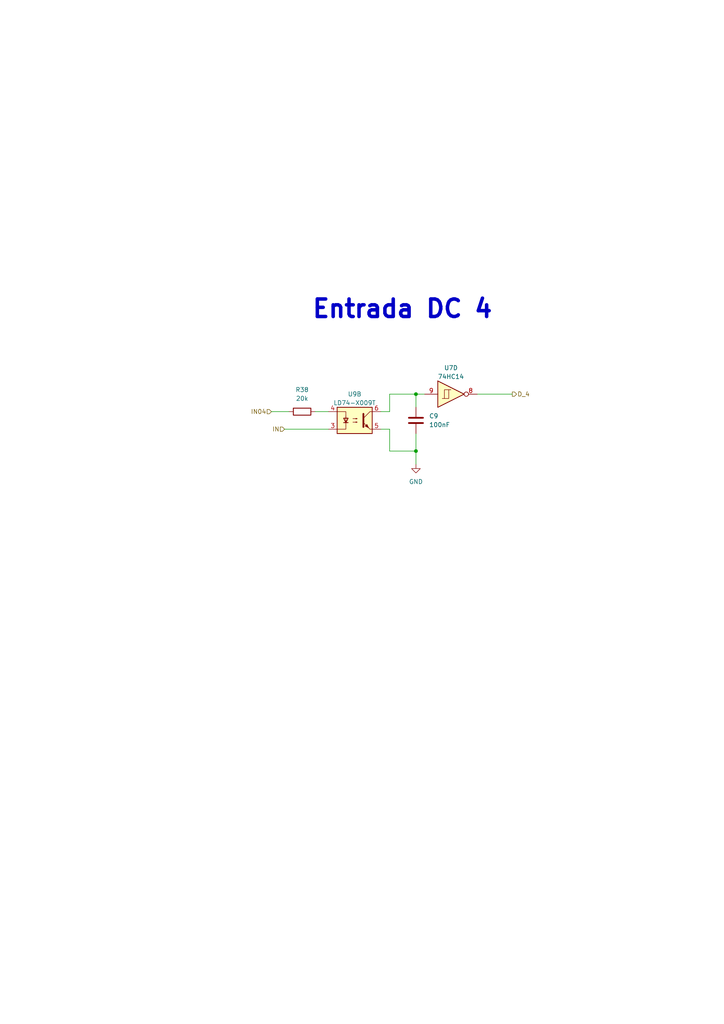
<source format=kicad_sch>
(kicad_sch (version 20221004) (generator eeschema)
  (paper "A4" portrait)
  (title_block (date "2022-10-09") (rev "José Luis Laica"))
  (lib_symbols
    (symbol "74xx:74HC14" (pin_names (offset 1.016))
      (property "Reference" "U" (at 0 1.27 0))
      (property "Value" "74HC14" (at 0 -1.27 0))
      (symbol "74HC14_1_0"
        (polyline (pts (xy -3.81 3.81) (xy -3.81 -3.81) (xy 3.81 0) (xy -3.81 3.81)) (stroke (width 0.254)) (fill (type background)))
        (pin input line (at -7.62 0 0) (length 3.81) (name "~") (number "1"))
        (pin output inverted (at 7.62 0 180) (length 3.81) (name "~") (number "2"))
      )
      (symbol "74HC14_1_1"
        (polyline (pts (xy -1.905 -1.27) (xy -1.905 1.27) (xy -0.635 1.27)))
        (polyline (pts (xy -2.54 -1.27) (xy -0.635 -1.27) (xy -0.635 1.27) (xy 0 1.27)))
      )
      (symbol "74HC14_2_0"
        (polyline (pts (xy -3.81 3.81) (xy -3.81 -3.81) (xy 3.81 0) (xy -3.81 3.81)) (stroke (width 0.254)) (fill (type background)))
        (pin input line (at -7.62 0 0) (length 3.81) (name "~") (number "3"))
        (pin output inverted (at 7.62 0 180) (length 3.81) (name "~") (number "4"))
      )
      (symbol "74HC14_2_1"
        (polyline (pts (xy -1.905 -1.27) (xy -1.905 1.27) (xy -0.635 1.27)))
        (polyline (pts (xy -2.54 -1.27) (xy -0.635 -1.27) (xy -0.635 1.27) (xy 0 1.27)))
      )
      (symbol "74HC14_3_0"
        (polyline (pts (xy -3.81 3.81) (xy -3.81 -3.81) (xy 3.81 0) (xy -3.81 3.81)) (stroke (width 0.254)) (fill (type background)))
        (pin input line (at -7.62 0 0) (length 3.81) (name "~") (number "5"))
        (pin output inverted (at 7.62 0 180) (length 3.81) (name "~") (number "6"))
      )
      (symbol "74HC14_3_1"
        (polyline (pts (xy -1.905 -1.27) (xy -1.905 1.27) (xy -0.635 1.27)))
        (polyline (pts (xy -2.54 -1.27) (xy -0.635 -1.27) (xy -0.635 1.27) (xy 0 1.27)))
      )
      (symbol "74HC14_4_0"
        (polyline (pts (xy -3.81 3.81) (xy -3.81 -3.81) (xy 3.81 0) (xy -3.81 3.81)) (stroke (width 0.254)) (fill (type background)))
        (pin output inverted (at 7.62 0 180) (length 3.81) (name "~") (number "8"))
        (pin input line (at -7.62 0 0) (length 3.81) (name "~") (number "9"))
      )
      (symbol "74HC14_4_1"
        (polyline (pts (xy -1.905 -1.27) (xy -1.905 1.27) (xy -0.635 1.27)))
        (polyline (pts (xy -2.54 -1.27) (xy -0.635 -1.27) (xy -0.635 1.27) (xy 0 1.27)))
      )
      (symbol "74HC14_5_0"
        (polyline (pts (xy -3.81 3.81) (xy -3.81 -3.81) (xy 3.81 0) (xy -3.81 3.81)) (stroke (width 0.254)) (fill (type background)))
        (pin output inverted (at 7.62 0 180) (length 3.81) (name "~") (number "10"))
        (pin input line (at -7.62 0 0) (length 3.81) (name "~") (number "11"))
      )
      (symbol "74HC14_5_1"
        (polyline (pts (xy -1.905 -1.27) (xy -1.905 1.27) (xy -0.635 1.27)))
        (polyline (pts (xy -2.54 -1.27) (xy -0.635 -1.27) (xy -0.635 1.27) (xy 0 1.27)))
      )
      (symbol "74HC14_6_0"
        (polyline (pts (xy -3.81 3.81) (xy -3.81 -3.81) (xy 3.81 0) (xy -3.81 3.81)) (stroke (width 0.254)) (fill (type background)))
        (pin output inverted (at 7.62 0 180) (length 3.81) (name "~") (number "12"))
        (pin input line (at -7.62 0 0) (length 3.81) (name "~") (number "13"))
      )
      (symbol "74HC14_6_1"
        (polyline (pts (xy -1.905 -1.27) (xy -1.905 1.27) (xy -0.635 1.27)))
        (polyline (pts (xy -2.54 -1.27) (xy -0.635 -1.27) (xy -0.635 1.27) (xy 0 1.27)))
      )
      (symbol "74HC14_7_0"
        (pin power_in line (at 0 12.7 270) (length 5.08) (name "VCC") (number "14"))
        (pin power_in line (at 0 -12.7 90) (length 5.08) (name "GND") (number "7"))
      )
      (symbol "74HC14_7_1"
        (rectangle (start -5.08 7.62) (end 5.08 -7.62) (stroke (width 0.254)) (fill (type background)))
      )
    )
    (symbol "Device:C" (pin_numbers hide) (pin_names (offset 0.254))
      (property "Reference" "C" (at 0.635 2.54 0))
      (property "Value" "C" (at 0.635 -2.54 0))
      (symbol "C_0_1"
        (polyline (pts (xy -2.032 -0.762) (xy 2.032 -0.762)) (stroke (width 0.508)))
        (polyline (pts (xy -2.032 0.762) (xy 2.032 0.762)) (stroke (width 0.508)))
      )
      (symbol "C_1_1"
        (pin passive line (at 0 3.81 270) (length 2.794) (name "~") (number "1"))
        (pin passive line (at 0 -3.81 90) (length 2.794) (name "~") (number "2"))
      )
    )
    (symbol "Device:R" (pin_numbers hide) (pin_names (offset 0))
      (property "Reference" "R" (at 2.032 0 90))
      (property "Value" "R" (at 0 0 90))
      (symbol "R_0_1"
        (rectangle (start -1.016 -2.54) (end 1.016 2.54) (stroke (width 0.254)))
      )
      (symbol "R_1_1"
        (pin passive line (at 0 3.81 270) (length 1.27) (name "~") (number "1"))
        (pin passive line (at 0 -3.81 90) (length 1.27) (name "~") (number "2"))
      )
    )
    (symbol "Isolator:ILD74" (pin_names (offset 1.016))
      (property "Reference" "U" (at -5.08 5.08 0))
      (property "Value" "ILD74" (at 0 5.08 0))
      (symbol "ILD74_0_1"
        (rectangle (start -5.08 3.81) (end 5.08 -3.81) (stroke (width 0.254)) (fill (type background)))
        (polyline (pts (xy -3.175 -0.635) (xy -1.905 -0.635)) (stroke (width 0.254)))
        (polyline (pts (xy 2.54 0.635) (xy 4.445 2.54)))
        (polyline (pts (xy 4.445 -2.54) (xy 2.54 -0.635)) (fill (type outline)))
        (polyline (pts (xy 4.445 -2.54) (xy 5.08 -2.54)))
        (polyline (pts (xy 4.445 2.54) (xy 5.08 2.54)))
        (polyline (pts (xy -5.08 2.54) (xy -2.54 2.54) (xy -2.54 0.635)))
        (polyline (pts (xy 2.54 1.905) (xy 2.54 -1.905) (xy 2.54 -1.905)) (stroke (width 0.508)))
        (polyline (pts (xy -2.54 -0.635) (xy -3.175 0.635) (xy -1.905 0.635) (xy -2.54 -0.635)) (stroke (width 0.254)))
        (polyline (pts (xy -2.54 -0.635) (xy -2.54 1.27) (xy -2.54 -2.54) (xy -5.08 -2.54)))
        (polyline (pts (xy -0.508 -0.508) (xy 0.762 -0.508) (xy 0.381 -0.635) (xy 0.381 -0.381) (xy 0.762 -0.508)))
        (polyline (pts (xy -0.508 0.508) (xy 0.762 0.508) (xy 0.381 0.381) (xy 0.381 0.635) (xy 0.762 0.508)))
        (polyline (pts (xy 3.048 -1.651) (xy 3.556 -1.143) (xy 4.064 -2.159) (xy 3.048 -1.651) (xy 3.048 -1.651)) (fill (type outline)))
      )
      (symbol "ILD74_1_1"
        (pin passive line (at -7.62 2.54 0) (length 2.54) (name "~") (number "1"))
        (pin passive line (at -7.62 -2.54 0) (length 2.54) (name "~") (number "2"))
        (pin passive line (at 7.62 2.54 180) (length 2.54) (name "~") (number "7"))
        (pin passive line (at 7.62 -2.54 180) (length 2.54) (name "~") (number "8"))
      )
      (symbol "ILD74_2_1"
        (pin passive line (at -7.62 -2.54 0) (length 2.54) (name "~") (number "3"))
        (pin passive line (at -7.62 2.54 0) (length 2.54) (name "~") (number "4"))
        (pin passive line (at 7.62 -2.54 180) (length 2.54) (name "~") (number "5"))
        (pin passive line (at 7.62 2.54 180) (length 2.54) (name "~") (number "6"))
      )
    )
    (symbol "power:GND" (power) (pin_names (offset 0))
      (property "Value" "GND" (at 0 -3.81 0))
      (symbol "GND_0_1"
        (polyline (pts (xy 0 0) (xy 0 -1.27) (xy 1.27 -1.27) (xy 0 -2.54) (xy -1.27 -1.27) (xy 0 -1.27)))
      )
      (symbol "GND_1_1"
        (pin power_in line (at 0 0 270) (length 0) hide (name "GND") (number "1"))
      )
    )
  )
  (junction (at 120.65 114.3))
  (junction (at 120.65 130.81))
  (wire (pts (xy 113.03 119.38) (xy 113.03 114.3)))
  (wire (pts (xy 78.74 119.38) (xy 83.82 119.38)))
  (wire (pts (xy 113.03 114.3) (xy 120.65 114.3)))
  (wire (pts (xy 120.65 134.62) (xy 120.65 130.81)))
  (wire (pts (xy 110.49 124.46) (xy 113.03 124.46)))
  (wire (pts (xy 138.43 114.3) (xy 148.59 114.3)))
  (wire (pts (xy 91.44 119.38) (xy 95.25 119.38)))
  (wire (pts (xy 120.65 114.3) (xy 120.65 118.11)))
  (wire (pts (xy 120.65 130.81) (xy 120.65 125.73)))
  (wire (pts (xy 82.55 124.46) (xy 95.25 124.46)))
  (wire (pts (xy 123.19 114.3) (xy 120.65 114.3)))
  (wire (pts (xy 110.49 119.38) (xy 113.03 119.38)))
  (wire (pts (xy 113.03 130.81) (xy 120.65 130.81)))
  (wire (pts (xy 113.03 124.46) (xy 113.03 130.81)))
  (text "Entrada DC 4" (at 90.17 92.71 0) (effects (font (size 5.08 5.08) (thickness 1.016) bold) (justify left bottom)))
  (hierarchical_label "IN" (shape input) (at 82.55 124.46 180))
  (hierarchical_label "D_4" (shape output) (at 148.59 114.3 0))
  (hierarchical_label "IN04" (shape input) (at 78.74 119.38 180))
  (symbol (lib_id "Device:C") (at 120.65 121.92 0) (unit 1)
    (property "Reference" "C9" (at 124.46 120.6499 0) (effects (justify left)))
    (property "Value" "100nF" (at 124.46 123.1899 0) (effects (justify left)))
    (property "Footprint" "Capacitor_SMD:C_0402_1005Metric" (effects hide))
  )
  (symbol (lib_id "74xx:74HC14") (at 130.81 114.3 0) (unit 4)
    (property "Reference" "U7" (at 130.81 106.68 0))
    (property "Value" "74HC14" (at 130.81 109.22 0))
    (property "Footprint" "Package_SO:SOIC-14W_7.5x9mm_P1.27mm" (effects hide))
    (property "Datasheet" "http://www.ti.com/lit/gpn/sn74HC14" (effects hide))
  )
  (symbol (lib_id "power:GND") (at 120.65 134.62 0) (unit 1)
    (property "Reference" "#PWR09" (effects hide))
    (property "Value" "GND" (at 120.65 139.7 0))
  )
  (symbol (lib_id "Device:R") (at 87.63 119.38 90) (unit 1)
    (property "Reference" "R38" (at 87.63 113.03 90))
    (property "Value" "20k" (at 87.63 115.57 90))
    (property "Footprint" "Resistor_SMD:R_0603_1608Metric" (effects hide))
  )
  (symbol (lib_id "Isolator:ILD74") (at 102.87 121.92 0) (unit 2)
    (property "Reference" "U9" (at 102.87 114.3 0))
    (property "Value" "LD74-X009T" (at 102.87 116.84 0))
    (property "Footprint" "Package_DIP:DIP-8_W8.89mm_SMDSocket_LongPads" (effects hide))
    (property "Datasheet" "https://www.vishay.com/docs/83640/ild74.pdf" (effects hide))
  )
)
</source>
